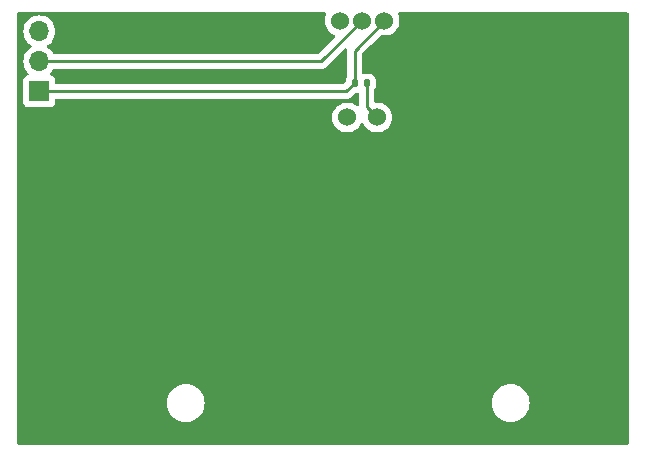
<source format=gtl>
G04 #@! TF.GenerationSoftware,KiCad,Pcbnew,7.0.8-7.0.8~ubuntu22.04.1*
G04 #@! TF.CreationDate,2024-01-26T15:42:25+01:00*
G04 #@! TF.ProjectId,hand_B,68616e64-5f42-42e6-9b69-6361645f7063,rev?*
G04 #@! TF.SameCoordinates,Original*
G04 #@! TF.FileFunction,Copper,L1,Top*
G04 #@! TF.FilePolarity,Positive*
%FSLAX46Y46*%
G04 Gerber Fmt 4.6, Leading zero omitted, Abs format (unit mm)*
G04 Created by KiCad (PCBNEW 7.0.8-7.0.8~ubuntu22.04.1) date 2024-01-26 15:42:25*
%MOMM*%
%LPD*%
G01*
G04 APERTURE LIST*
G04 Aperture macros list*
%AMRoundRect*
0 Rectangle with rounded corners*
0 $1 Rounding radius*
0 $2 $3 $4 $5 $6 $7 $8 $9 X,Y pos of 4 corners*
0 Add a 4 corners polygon primitive as box body*
4,1,4,$2,$3,$4,$5,$6,$7,$8,$9,$2,$3,0*
0 Add four circle primitives for the rounded corners*
1,1,$1+$1,$2,$3*
1,1,$1+$1,$4,$5*
1,1,$1+$1,$6,$7*
1,1,$1+$1,$8,$9*
0 Add four rect primitives between the rounded corners*
20,1,$1+$1,$2,$3,$4,$5,0*
20,1,$1+$1,$4,$5,$6,$7,0*
20,1,$1+$1,$6,$7,$8,$9,0*
20,1,$1+$1,$8,$9,$2,$3,0*%
G04 Aperture macros list end*
G04 #@! TA.AperFunction,SMDPad,CuDef*
%ADD10RoundRect,0.135000X0.135000X0.185000X-0.135000X0.185000X-0.135000X-0.185000X0.135000X-0.185000X0*%
G04 #@! TD*
G04 #@! TA.AperFunction,ComponentPad*
%ADD11R,1.700000X1.700000*%
G04 #@! TD*
G04 #@! TA.AperFunction,ComponentPad*
%ADD12O,1.700000X1.700000*%
G04 #@! TD*
G04 #@! TA.AperFunction,ComponentPad*
%ADD13C,1.524000*%
G04 #@! TD*
G04 #@! TA.AperFunction,Conductor*
%ADD14C,0.250000*%
G04 #@! TD*
G04 APERTURE END LIST*
D10*
X103819999Y-38900000D03*
X102799999Y-38900000D03*
D11*
X76100000Y-39587500D03*
D12*
X76100000Y-37047500D03*
X76100000Y-34507500D03*
D13*
X102160000Y-41800000D03*
X104700000Y-41800000D03*
X101525000Y-33595000D03*
X103425000Y-33595000D03*
X105325000Y-33595000D03*
D14*
X76100000Y-37047500D02*
X99972500Y-37047500D01*
X99972500Y-37047500D02*
X103425000Y-33595000D01*
X76100000Y-39587500D02*
X102110000Y-39587500D01*
X102790000Y-36130000D02*
X105325000Y-33595000D01*
X102110000Y-39587500D02*
X102790000Y-38907500D01*
X102790000Y-38907500D02*
X102790000Y-36130000D01*
X103810000Y-38907500D02*
X103810000Y-40910000D01*
X103810000Y-40910000D02*
X104700000Y-41800000D01*
G04 #@! TA.AperFunction,NonConductor*
G36*
X102084372Y-35922730D02*
G01*
X102140305Y-35964602D01*
X102164722Y-36030066D01*
X102164368Y-36043180D01*
X102164500Y-36043180D01*
X102164500Y-36071016D01*
X102162973Y-36090415D01*
X102159840Y-36110194D01*
X102159840Y-36110195D01*
X102164225Y-36156583D01*
X102164500Y-36162421D01*
X102164500Y-38278949D01*
X102147232Y-38342070D01*
X102077130Y-38460605D01*
X102077128Y-38460611D01*
X102032334Y-38614791D01*
X102032333Y-38614797D01*
X102029499Y-38650817D01*
X102029499Y-38732047D01*
X102009814Y-38799086D01*
X101993184Y-38819723D01*
X101887226Y-38925682D01*
X101825906Y-38959166D01*
X101799547Y-38962000D01*
X77574499Y-38962000D01*
X77507460Y-38942315D01*
X77461705Y-38889511D01*
X77450499Y-38838000D01*
X77450499Y-38689629D01*
X77450498Y-38689623D01*
X77450497Y-38689616D01*
X77444091Y-38630017D01*
X77438414Y-38614797D01*
X77393797Y-38495171D01*
X77393793Y-38495164D01*
X77307547Y-38379955D01*
X77307544Y-38379952D01*
X77192335Y-38293706D01*
X77192328Y-38293702D01*
X77060917Y-38244689D01*
X77004983Y-38202818D01*
X76980566Y-38137353D01*
X76995418Y-38069080D01*
X77016563Y-38040832D01*
X77138495Y-37918901D01*
X77273652Y-37725877D01*
X77328229Y-37682252D01*
X77375227Y-37673000D01*
X99889757Y-37673000D01*
X99905377Y-37674724D01*
X99905404Y-37674439D01*
X99913160Y-37675171D01*
X99913167Y-37675173D01*
X99982314Y-37673000D01*
X100011850Y-37673000D01*
X100018728Y-37672130D01*
X100024541Y-37671672D01*
X100071127Y-37670209D01*
X100090369Y-37664617D01*
X100109412Y-37660674D01*
X100129292Y-37658164D01*
X100172622Y-37641007D01*
X100178146Y-37639117D01*
X100181896Y-37638027D01*
X100222890Y-37626118D01*
X100240129Y-37615922D01*
X100257603Y-37607362D01*
X100276227Y-37599988D01*
X100276227Y-37599987D01*
X100276232Y-37599986D01*
X100313949Y-37572582D01*
X100318805Y-37569392D01*
X100358920Y-37545670D01*
X100373089Y-37531499D01*
X100387879Y-37518868D01*
X100404087Y-37507094D01*
X100433799Y-37471176D01*
X100437712Y-37466876D01*
X101953360Y-35951229D01*
X102014680Y-35917746D01*
X102084372Y-35922730D01*
G37*
G04 #@! TD.AperFunction*
G04 #@! TA.AperFunction,NonConductor*
G36*
X100328467Y-32919685D02*
G01*
X100374222Y-32972489D01*
X100384166Y-33041647D01*
X100373810Y-33076405D01*
X100334107Y-33161548D01*
X100334104Y-33161554D01*
X100276930Y-33374929D01*
X100276929Y-33374937D01*
X100257677Y-33594997D01*
X100257677Y-33595002D01*
X100276929Y-33815062D01*
X100276930Y-33815070D01*
X100334104Y-34028445D01*
X100334105Y-34028447D01*
X100334106Y-34028450D01*
X100427466Y-34228662D01*
X100427468Y-34228666D01*
X100554170Y-34409615D01*
X100554175Y-34409621D01*
X100710378Y-34565824D01*
X100710384Y-34565829D01*
X100891333Y-34692531D01*
X100891335Y-34692532D01*
X100891338Y-34692534D01*
X101091550Y-34785894D01*
X101091563Y-34785897D01*
X101096644Y-34787748D01*
X101095858Y-34789904D01*
X101147159Y-34821136D01*
X101177722Y-34883967D01*
X101169464Y-34953347D01*
X101143131Y-34992276D01*
X99749728Y-36385681D01*
X99688405Y-36419166D01*
X99662047Y-36422000D01*
X77375227Y-36422000D01*
X77308188Y-36402315D01*
X77273652Y-36369123D01*
X77138494Y-36176097D01*
X76971402Y-36009006D01*
X76971396Y-36009001D01*
X76785842Y-35879075D01*
X76742217Y-35824498D01*
X76735023Y-35755000D01*
X76766546Y-35692645D01*
X76785842Y-35675925D01*
X76838750Y-35638878D01*
X76971401Y-35545995D01*
X77138495Y-35378901D01*
X77274035Y-35185330D01*
X77373903Y-34971163D01*
X77435063Y-34742908D01*
X77455659Y-34507500D01*
X77435063Y-34272092D01*
X77373903Y-34043837D01*
X77274035Y-33829671D01*
X77263812Y-33815070D01*
X77138494Y-33636097D01*
X76971402Y-33469006D01*
X76971395Y-33469001D01*
X76777834Y-33333467D01*
X76777830Y-33333465D01*
X76777828Y-33333464D01*
X76563663Y-33233597D01*
X76563659Y-33233596D01*
X76563655Y-33233594D01*
X76335413Y-33172438D01*
X76335403Y-33172436D01*
X76100001Y-33151841D01*
X76099999Y-33151841D01*
X75864596Y-33172436D01*
X75864586Y-33172438D01*
X75636344Y-33233594D01*
X75636335Y-33233598D01*
X75422171Y-33333464D01*
X75422169Y-33333465D01*
X75228597Y-33469005D01*
X75061505Y-33636097D01*
X74925965Y-33829669D01*
X74925964Y-33829671D01*
X74826098Y-34043835D01*
X74826094Y-34043844D01*
X74764938Y-34272086D01*
X74764936Y-34272096D01*
X74744341Y-34507499D01*
X74744341Y-34507500D01*
X74764936Y-34742903D01*
X74764938Y-34742913D01*
X74826094Y-34971155D01*
X74826096Y-34971159D01*
X74826097Y-34971163D01*
X74925965Y-35185330D01*
X74925967Y-35185334D01*
X75061501Y-35378895D01*
X75061506Y-35378902D01*
X75228597Y-35545993D01*
X75228603Y-35545998D01*
X75414158Y-35675925D01*
X75457783Y-35730502D01*
X75464977Y-35800000D01*
X75433454Y-35862355D01*
X75414158Y-35879075D01*
X75228597Y-36009005D01*
X75061505Y-36176097D01*
X74925965Y-36369669D01*
X74925964Y-36369671D01*
X74826098Y-36583835D01*
X74826094Y-36583844D01*
X74764938Y-36812086D01*
X74764936Y-36812096D01*
X74744341Y-37047499D01*
X74744341Y-37047500D01*
X74764936Y-37282903D01*
X74764938Y-37282913D01*
X74826094Y-37511155D01*
X74826096Y-37511159D01*
X74826097Y-37511163D01*
X74872630Y-37610953D01*
X74925965Y-37725330D01*
X74925967Y-37725334D01*
X75034281Y-37880021D01*
X75061501Y-37918896D01*
X75061506Y-37918902D01*
X75183430Y-38040826D01*
X75216915Y-38102149D01*
X75211931Y-38171841D01*
X75170059Y-38227774D01*
X75139083Y-38244689D01*
X75007669Y-38293703D01*
X75007664Y-38293706D01*
X74892455Y-38379952D01*
X74892452Y-38379955D01*
X74806206Y-38495164D01*
X74806202Y-38495171D01*
X74755908Y-38630017D01*
X74753672Y-38650819D01*
X74749501Y-38689623D01*
X74749500Y-38689635D01*
X74749500Y-40485370D01*
X74749501Y-40485376D01*
X74755908Y-40544983D01*
X74806202Y-40679828D01*
X74806206Y-40679835D01*
X74892452Y-40795044D01*
X74892455Y-40795047D01*
X75007664Y-40881293D01*
X75007671Y-40881297D01*
X75142517Y-40931591D01*
X75142516Y-40931591D01*
X75149444Y-40932335D01*
X75202127Y-40938000D01*
X76997872Y-40937999D01*
X77057483Y-40931591D01*
X77192331Y-40881296D01*
X77307546Y-40795046D01*
X77393796Y-40679831D01*
X77444091Y-40544983D01*
X77450500Y-40485373D01*
X77450500Y-40337000D01*
X77470185Y-40269961D01*
X77522989Y-40224206D01*
X77574500Y-40213000D01*
X102027257Y-40213000D01*
X102042877Y-40214724D01*
X102042904Y-40214439D01*
X102050660Y-40215171D01*
X102050667Y-40215173D01*
X102119814Y-40213000D01*
X102149350Y-40213000D01*
X102156228Y-40212130D01*
X102162041Y-40211672D01*
X102208627Y-40210209D01*
X102227869Y-40204617D01*
X102246912Y-40200674D01*
X102266792Y-40198164D01*
X102310122Y-40181007D01*
X102315646Y-40179117D01*
X102319396Y-40178027D01*
X102360390Y-40166118D01*
X102377629Y-40155922D01*
X102395103Y-40147362D01*
X102413727Y-40139988D01*
X102413727Y-40139987D01*
X102413732Y-40139986D01*
X102451449Y-40112582D01*
X102456305Y-40109392D01*
X102496420Y-40085670D01*
X102510589Y-40071499D01*
X102525379Y-40058868D01*
X102541587Y-40047094D01*
X102571299Y-40011176D01*
X102575212Y-40006876D01*
X102825273Y-39756815D01*
X102886595Y-39723333D01*
X102912953Y-39720499D01*
X102999179Y-39720499D01*
X103035203Y-39717665D01*
X103035219Y-39717660D01*
X103038213Y-39717114D01*
X103039920Y-39717293D01*
X103041520Y-39717168D01*
X103041543Y-39717464D01*
X103107698Y-39724429D01*
X103162199Y-39768149D01*
X103184411Y-39834394D01*
X103184500Y-39839095D01*
X103184500Y-40739691D01*
X103164815Y-40806730D01*
X103112011Y-40852485D01*
X103042853Y-40862429D01*
X102979297Y-40833404D01*
X102975968Y-40830305D01*
X102974615Y-40829170D01*
X102793666Y-40702468D01*
X102793662Y-40702466D01*
X102745114Y-40679828D01*
X102593450Y-40609106D01*
X102593447Y-40609105D01*
X102593445Y-40609104D01*
X102380070Y-40551930D01*
X102380062Y-40551929D01*
X102160002Y-40532677D01*
X102159998Y-40532677D01*
X101939937Y-40551929D01*
X101939929Y-40551930D01*
X101726554Y-40609104D01*
X101726548Y-40609107D01*
X101526340Y-40702465D01*
X101526338Y-40702466D01*
X101345377Y-40829175D01*
X101189175Y-40985377D01*
X101062466Y-41166338D01*
X101062465Y-41166340D01*
X100969107Y-41366548D01*
X100969104Y-41366554D01*
X100911930Y-41579929D01*
X100911929Y-41579937D01*
X100892677Y-41799997D01*
X100892677Y-41800002D01*
X100911929Y-42020062D01*
X100911930Y-42020070D01*
X100969104Y-42233445D01*
X100969105Y-42233447D01*
X100969106Y-42233450D01*
X101002382Y-42304811D01*
X101062466Y-42433662D01*
X101062468Y-42433666D01*
X101189170Y-42614615D01*
X101189175Y-42614621D01*
X101345378Y-42770824D01*
X101345384Y-42770829D01*
X101526333Y-42897531D01*
X101526335Y-42897532D01*
X101526338Y-42897534D01*
X101726550Y-42990894D01*
X101939932Y-43048070D01*
X102097123Y-43061822D01*
X102159998Y-43067323D01*
X102160000Y-43067323D01*
X102160002Y-43067323D01*
X102215017Y-43062509D01*
X102380068Y-43048070D01*
X102593450Y-42990894D01*
X102793662Y-42897534D01*
X102974620Y-42770826D01*
X103130826Y-42614620D01*
X103257534Y-42433662D01*
X103317618Y-42304811D01*
X103363790Y-42252371D01*
X103430983Y-42233219D01*
X103497865Y-42253435D01*
X103542382Y-42304811D01*
X103602464Y-42433658D01*
X103602468Y-42433666D01*
X103729170Y-42614615D01*
X103729175Y-42614621D01*
X103885378Y-42770824D01*
X103885384Y-42770829D01*
X104066333Y-42897531D01*
X104066335Y-42897532D01*
X104066338Y-42897534D01*
X104266550Y-42990894D01*
X104479932Y-43048070D01*
X104637123Y-43061822D01*
X104699998Y-43067323D01*
X104700000Y-43067323D01*
X104700002Y-43067323D01*
X104755017Y-43062509D01*
X104920068Y-43048070D01*
X105133450Y-42990894D01*
X105333662Y-42897534D01*
X105514620Y-42770826D01*
X105670826Y-42614620D01*
X105797534Y-42433662D01*
X105890894Y-42233450D01*
X105948070Y-42020068D01*
X105967323Y-41800000D01*
X105948070Y-41579932D01*
X105890894Y-41366550D01*
X105797534Y-41166339D01*
X105670826Y-40985380D01*
X105514620Y-40829174D01*
X105514616Y-40829171D01*
X105514615Y-40829170D01*
X105333666Y-40702468D01*
X105333662Y-40702466D01*
X105285114Y-40679828D01*
X105133450Y-40609106D01*
X105133447Y-40609105D01*
X105133445Y-40609104D01*
X104920070Y-40551930D01*
X104920062Y-40551929D01*
X104700002Y-40532677D01*
X104699998Y-40532677D01*
X104570307Y-40544023D01*
X104501807Y-40530256D01*
X104451624Y-40481641D01*
X104435500Y-40420495D01*
X104435500Y-39553100D01*
X104455185Y-39486061D01*
X104460956Y-39477897D01*
X104461131Y-39477600D01*
X104461134Y-39477598D01*
X104542868Y-39339393D01*
X104587664Y-39185204D01*
X104590499Y-39149181D01*
X104590498Y-38650820D01*
X104587664Y-38614796D01*
X104542868Y-38460607D01*
X104461134Y-38322402D01*
X104461132Y-38322400D01*
X104461129Y-38322396D01*
X104347602Y-38208869D01*
X104347594Y-38208863D01*
X104209392Y-38127131D01*
X104209387Y-38127129D01*
X104055207Y-38082335D01*
X104055201Y-38082334D01*
X104019182Y-38079500D01*
X104019180Y-38079500D01*
X103753606Y-38079500D01*
X103620818Y-38079501D01*
X103584793Y-38082335D01*
X103574092Y-38085444D01*
X103504222Y-38085243D01*
X103445553Y-38047299D01*
X103416712Y-37983660D01*
X103415500Y-37966367D01*
X103415500Y-36440452D01*
X103435185Y-36373413D01*
X103451819Y-36352771D01*
X104165712Y-35638878D01*
X104941205Y-34863384D01*
X105002526Y-34829901D01*
X105060976Y-34831291D01*
X105104932Y-34843070D01*
X105262123Y-34856822D01*
X105324998Y-34862323D01*
X105325000Y-34862323D01*
X105325002Y-34862323D01*
X105380017Y-34857509D01*
X105545068Y-34843070D01*
X105758450Y-34785894D01*
X105958662Y-34692534D01*
X106139620Y-34565826D01*
X106295826Y-34409620D01*
X106422534Y-34228662D01*
X106515894Y-34028450D01*
X106573070Y-33815068D01*
X106592323Y-33595000D01*
X106573070Y-33374932D01*
X106515894Y-33161550D01*
X106476189Y-33076404D01*
X106465698Y-33007327D01*
X106494218Y-32943543D01*
X106552694Y-32905304D01*
X106588572Y-32900000D01*
X125876000Y-32900000D01*
X125943039Y-32919685D01*
X125988794Y-32972489D01*
X126000000Y-33024000D01*
X126000000Y-69376000D01*
X125980315Y-69443039D01*
X125927511Y-69488794D01*
X125876000Y-69500000D01*
X74324000Y-69500000D01*
X74256961Y-69480315D01*
X74211206Y-69427511D01*
X74200000Y-69376000D01*
X74200000Y-65982499D01*
X86894551Y-65982499D01*
X86914317Y-66233650D01*
X86973126Y-66478609D01*
X87069533Y-66711358D01*
X87201160Y-66926152D01*
X87201161Y-66926155D01*
X87201164Y-66926158D01*
X87364776Y-67117723D01*
X87513066Y-67244374D01*
X87556343Y-67281337D01*
X87556346Y-67281338D01*
X87771140Y-67412965D01*
X88003889Y-67509372D01*
X88248852Y-67568182D01*
X88404950Y-67580467D01*
X88437116Y-67582999D01*
X88437118Y-67582999D01*
X88562884Y-67582999D01*
X88592518Y-67580666D01*
X88751148Y-67568182D01*
X88996111Y-67509372D01*
X89228859Y-67412965D01*
X89443659Y-67281335D01*
X89635224Y-67117723D01*
X89798836Y-66926158D01*
X89930466Y-66711358D01*
X90026873Y-66478610D01*
X90085683Y-66233647D01*
X90105449Y-65982499D01*
X114394551Y-65982499D01*
X114414317Y-66233650D01*
X114473126Y-66478609D01*
X114569533Y-66711358D01*
X114701160Y-66926152D01*
X114701161Y-66926155D01*
X114701164Y-66926158D01*
X114864776Y-67117723D01*
X115013066Y-67244374D01*
X115056343Y-67281337D01*
X115056346Y-67281338D01*
X115271140Y-67412965D01*
X115503889Y-67509372D01*
X115748852Y-67568182D01*
X115904950Y-67580467D01*
X115937116Y-67582999D01*
X115937118Y-67582999D01*
X116062884Y-67582999D01*
X116092518Y-67580666D01*
X116251148Y-67568182D01*
X116496111Y-67509372D01*
X116728859Y-67412965D01*
X116943659Y-67281335D01*
X117135224Y-67117723D01*
X117298836Y-66926158D01*
X117430466Y-66711358D01*
X117526873Y-66478610D01*
X117585683Y-66233647D01*
X117605449Y-65982499D01*
X117585683Y-65731351D01*
X117526873Y-65486388D01*
X117430466Y-65253640D01*
X117430466Y-65253639D01*
X117298839Y-65038845D01*
X117298838Y-65038842D01*
X117261875Y-64995565D01*
X117135224Y-64847275D01*
X117008571Y-64739103D01*
X116943656Y-64683660D01*
X116943653Y-64683659D01*
X116728859Y-64552032D01*
X116496110Y-64455625D01*
X116251150Y-64396816D01*
X116062884Y-64381999D01*
X116062882Y-64381999D01*
X115937118Y-64381999D01*
X115937116Y-64381999D01*
X115748849Y-64396816D01*
X115503889Y-64455625D01*
X115271140Y-64552032D01*
X115056346Y-64683659D01*
X115056343Y-64683660D01*
X114864776Y-64847275D01*
X114701161Y-65038842D01*
X114701160Y-65038845D01*
X114569533Y-65253639D01*
X114473126Y-65486388D01*
X114414317Y-65731347D01*
X114394551Y-65982499D01*
X90105449Y-65982499D01*
X90085683Y-65731351D01*
X90026873Y-65486388D01*
X89930466Y-65253640D01*
X89930466Y-65253639D01*
X89798839Y-65038845D01*
X89798838Y-65038842D01*
X89761875Y-64995565D01*
X89635224Y-64847275D01*
X89508571Y-64739103D01*
X89443656Y-64683660D01*
X89443653Y-64683659D01*
X89228859Y-64552032D01*
X88996110Y-64455625D01*
X88751150Y-64396816D01*
X88562884Y-64381999D01*
X88562882Y-64381999D01*
X88437118Y-64381999D01*
X88437116Y-64381999D01*
X88248849Y-64396816D01*
X88003889Y-64455625D01*
X87771140Y-64552032D01*
X87556346Y-64683659D01*
X87556343Y-64683660D01*
X87364776Y-64847275D01*
X87201161Y-65038842D01*
X87201160Y-65038845D01*
X87069533Y-65253639D01*
X86973126Y-65486388D01*
X86914317Y-65731347D01*
X86894551Y-65982499D01*
X74200000Y-65982499D01*
X74200000Y-33024000D01*
X74219685Y-32956961D01*
X74272489Y-32911206D01*
X74324000Y-32900000D01*
X100261428Y-32900000D01*
X100328467Y-32919685D01*
G37*
G04 #@! TD.AperFunction*
M02*

</source>
